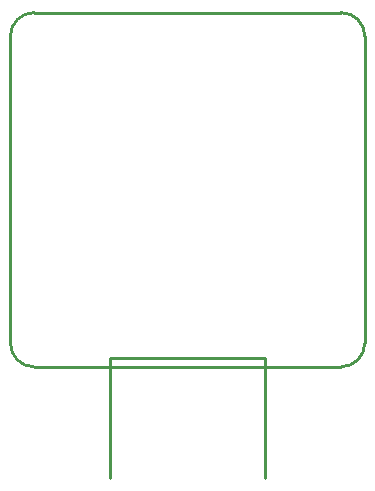
<source format=gko>
G04 Layer: BoardOutlineLayer*
G04 EasyEDA v6.5.22, 2023-02-03 23:32:18*
G04 9f92e8cc1d6f4f83b316cd320a267f73,4bb84c5f6c124816bf94f4484d05adb3,10*
G04 Gerber Generator version 0.2*
G04 Scale: 100 percent, Rotated: No, Reflected: No *
G04 Dimensions in millimeters *
G04 leading zeros omitted , absolute positions ,4 integer and 5 decimal *
%FSLAX45Y45*%
%MOMM*%

%ADD10C,0.2540*%
D10*
X3699992Y8599982D02*
G01*
X3699992Y5999987D01*
X699998Y5999987D02*
G01*
X699998Y8599982D01*
X3499993Y5799988D02*
G01*
X899998Y5799988D01*
X899998Y8799982D02*
G01*
X3499993Y8799982D01*
G75*
G01*
X3499993Y8799982D02*
G02*
X3699993Y8599983I0J-199999D01*
G75*
G01*
X3699993Y5999988D02*
G02*
X3499993Y5799988I-200000J0D01*
G75*
G01*
X899998Y5799988D02*
G02*
X699999Y5999988I0J200000D01*
G75*
G01*
X699999Y8599983D02*
G02*
X899998Y8799982I199999J0D01*
X2852094Y5870795D02*
G01*
X2852094Y4860797D01*
X1542097Y5870803D02*
G01*
X2852094Y5870803D01*
X1542097Y5870803D02*
G01*
X1542094Y4860800D01*

%LPD*%
M02*

</source>
